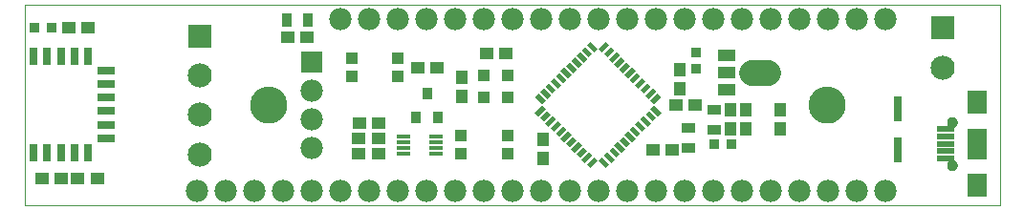
<source format=gts>
G75*
%MOIN*%
%OFA0B0*%
%FSLAX25Y25*%
%IPPOS*%
%LPD*%
%AMOC8*
5,1,8,0,0,1.08239X$1,22.5*
%
%ADD10C,0.00000*%
%ADD11C,0.12900*%
%ADD12R,0.04731X0.04337*%
%ADD13R,0.04337X0.04731*%
%ADD14R,0.03550X0.03550*%
%ADD15R,0.05124X0.03550*%
%ADD16C,0.07800*%
%ADD17C,0.09061*%
%ADD18R,0.06201X0.04134*%
%ADD19R,0.03550X0.01778*%
%ADD20R,0.08400X0.08400*%
%ADD21C,0.08400*%
%ADD22R,0.04600X0.01400*%
%ADD23R,0.07800X0.07800*%
%ADD24R,0.02959X0.09061*%
%ADD25R,0.03156X0.06306*%
%ADD26R,0.06306X0.03156*%
%ADD27R,0.06109X0.01975*%
%ADD28C,0.03746*%
%ADD29R,0.06693X0.07874*%
%ADD30R,0.06693X0.10630*%
%ADD31R,0.03550X0.03943*%
%ADD32R,0.03550X0.05124*%
%ADD33R,0.03943X0.04337*%
D10*
X0016926Y0012600D02*
X0016926Y0082600D01*
X0356926Y0082600D01*
X0356926Y0012600D01*
X0016926Y0012600D01*
X0095676Y0047600D02*
X0095678Y0047758D01*
X0095684Y0047915D01*
X0095694Y0048073D01*
X0095708Y0048230D01*
X0095726Y0048386D01*
X0095747Y0048543D01*
X0095773Y0048698D01*
X0095803Y0048853D01*
X0095836Y0049007D01*
X0095874Y0049160D01*
X0095915Y0049313D01*
X0095960Y0049464D01*
X0096009Y0049614D01*
X0096062Y0049762D01*
X0096118Y0049910D01*
X0096179Y0050055D01*
X0096242Y0050200D01*
X0096310Y0050342D01*
X0096381Y0050483D01*
X0096455Y0050622D01*
X0096533Y0050759D01*
X0096615Y0050894D01*
X0096699Y0051027D01*
X0096788Y0051158D01*
X0096879Y0051286D01*
X0096974Y0051413D01*
X0097071Y0051536D01*
X0097172Y0051658D01*
X0097276Y0051776D01*
X0097383Y0051892D01*
X0097493Y0052005D01*
X0097605Y0052116D01*
X0097721Y0052223D01*
X0097839Y0052328D01*
X0097959Y0052430D01*
X0098082Y0052528D01*
X0098208Y0052624D01*
X0098336Y0052716D01*
X0098466Y0052805D01*
X0098598Y0052891D01*
X0098733Y0052973D01*
X0098870Y0053052D01*
X0099008Y0053127D01*
X0099148Y0053199D01*
X0099291Y0053267D01*
X0099434Y0053332D01*
X0099580Y0053393D01*
X0099727Y0053450D01*
X0099875Y0053504D01*
X0100025Y0053554D01*
X0100175Y0053600D01*
X0100327Y0053642D01*
X0100480Y0053681D01*
X0100634Y0053715D01*
X0100789Y0053746D01*
X0100944Y0053772D01*
X0101100Y0053795D01*
X0101257Y0053814D01*
X0101414Y0053829D01*
X0101571Y0053840D01*
X0101729Y0053847D01*
X0101887Y0053850D01*
X0102044Y0053849D01*
X0102202Y0053844D01*
X0102359Y0053835D01*
X0102517Y0053822D01*
X0102673Y0053805D01*
X0102830Y0053784D01*
X0102985Y0053760D01*
X0103140Y0053731D01*
X0103295Y0053698D01*
X0103448Y0053662D01*
X0103601Y0053621D01*
X0103752Y0053577D01*
X0103902Y0053529D01*
X0104051Y0053478D01*
X0104199Y0053422D01*
X0104345Y0053363D01*
X0104490Y0053300D01*
X0104633Y0053233D01*
X0104774Y0053163D01*
X0104913Y0053090D01*
X0105051Y0053013D01*
X0105187Y0052932D01*
X0105320Y0052848D01*
X0105451Y0052761D01*
X0105580Y0052670D01*
X0105707Y0052576D01*
X0105832Y0052479D01*
X0105953Y0052379D01*
X0106073Y0052276D01*
X0106189Y0052170D01*
X0106303Y0052061D01*
X0106415Y0051949D01*
X0106523Y0051835D01*
X0106628Y0051717D01*
X0106731Y0051597D01*
X0106830Y0051475D01*
X0106926Y0051350D01*
X0107019Y0051222D01*
X0107109Y0051093D01*
X0107195Y0050961D01*
X0107279Y0050827D01*
X0107358Y0050691D01*
X0107435Y0050553D01*
X0107507Y0050413D01*
X0107576Y0050271D01*
X0107642Y0050128D01*
X0107704Y0049983D01*
X0107762Y0049836D01*
X0107817Y0049688D01*
X0107868Y0049539D01*
X0107915Y0049388D01*
X0107958Y0049237D01*
X0107997Y0049084D01*
X0108033Y0048930D01*
X0108064Y0048776D01*
X0108092Y0048621D01*
X0108116Y0048465D01*
X0108136Y0048308D01*
X0108152Y0048151D01*
X0108164Y0047994D01*
X0108172Y0047837D01*
X0108176Y0047679D01*
X0108176Y0047521D01*
X0108172Y0047363D01*
X0108164Y0047206D01*
X0108152Y0047049D01*
X0108136Y0046892D01*
X0108116Y0046735D01*
X0108092Y0046579D01*
X0108064Y0046424D01*
X0108033Y0046270D01*
X0107997Y0046116D01*
X0107958Y0045963D01*
X0107915Y0045812D01*
X0107868Y0045661D01*
X0107817Y0045512D01*
X0107762Y0045364D01*
X0107704Y0045217D01*
X0107642Y0045072D01*
X0107576Y0044929D01*
X0107507Y0044787D01*
X0107435Y0044647D01*
X0107358Y0044509D01*
X0107279Y0044373D01*
X0107195Y0044239D01*
X0107109Y0044107D01*
X0107019Y0043978D01*
X0106926Y0043850D01*
X0106830Y0043725D01*
X0106731Y0043603D01*
X0106628Y0043483D01*
X0106523Y0043365D01*
X0106415Y0043251D01*
X0106303Y0043139D01*
X0106189Y0043030D01*
X0106073Y0042924D01*
X0105953Y0042821D01*
X0105832Y0042721D01*
X0105707Y0042624D01*
X0105580Y0042530D01*
X0105451Y0042439D01*
X0105320Y0042352D01*
X0105187Y0042268D01*
X0105051Y0042187D01*
X0104913Y0042110D01*
X0104774Y0042037D01*
X0104633Y0041967D01*
X0104490Y0041900D01*
X0104345Y0041837D01*
X0104199Y0041778D01*
X0104051Y0041722D01*
X0103902Y0041671D01*
X0103752Y0041623D01*
X0103601Y0041579D01*
X0103448Y0041538D01*
X0103295Y0041502D01*
X0103140Y0041469D01*
X0102985Y0041440D01*
X0102830Y0041416D01*
X0102673Y0041395D01*
X0102517Y0041378D01*
X0102359Y0041365D01*
X0102202Y0041356D01*
X0102044Y0041351D01*
X0101887Y0041350D01*
X0101729Y0041353D01*
X0101571Y0041360D01*
X0101414Y0041371D01*
X0101257Y0041386D01*
X0101100Y0041405D01*
X0100944Y0041428D01*
X0100789Y0041454D01*
X0100634Y0041485D01*
X0100480Y0041519D01*
X0100327Y0041558D01*
X0100175Y0041600D01*
X0100025Y0041646D01*
X0099875Y0041696D01*
X0099727Y0041750D01*
X0099580Y0041807D01*
X0099434Y0041868D01*
X0099291Y0041933D01*
X0099148Y0042001D01*
X0099008Y0042073D01*
X0098870Y0042148D01*
X0098733Y0042227D01*
X0098598Y0042309D01*
X0098466Y0042395D01*
X0098336Y0042484D01*
X0098208Y0042576D01*
X0098082Y0042672D01*
X0097959Y0042770D01*
X0097839Y0042872D01*
X0097721Y0042977D01*
X0097605Y0043084D01*
X0097493Y0043195D01*
X0097383Y0043308D01*
X0097276Y0043424D01*
X0097172Y0043542D01*
X0097071Y0043664D01*
X0096974Y0043787D01*
X0096879Y0043914D01*
X0096788Y0044042D01*
X0096699Y0044173D01*
X0096615Y0044306D01*
X0096533Y0044441D01*
X0096455Y0044578D01*
X0096381Y0044717D01*
X0096310Y0044858D01*
X0096242Y0045000D01*
X0096179Y0045145D01*
X0096118Y0045290D01*
X0096062Y0045438D01*
X0096009Y0045586D01*
X0095960Y0045736D01*
X0095915Y0045887D01*
X0095874Y0046040D01*
X0095836Y0046193D01*
X0095803Y0046347D01*
X0095773Y0046502D01*
X0095747Y0046657D01*
X0095726Y0046814D01*
X0095708Y0046970D01*
X0095694Y0047127D01*
X0095684Y0047285D01*
X0095678Y0047442D01*
X0095676Y0047600D01*
X0290376Y0047600D02*
X0290378Y0047758D01*
X0290384Y0047915D01*
X0290394Y0048073D01*
X0290408Y0048230D01*
X0290426Y0048386D01*
X0290447Y0048543D01*
X0290473Y0048698D01*
X0290503Y0048853D01*
X0290536Y0049007D01*
X0290574Y0049160D01*
X0290615Y0049313D01*
X0290660Y0049464D01*
X0290709Y0049614D01*
X0290762Y0049762D01*
X0290818Y0049910D01*
X0290879Y0050055D01*
X0290942Y0050200D01*
X0291010Y0050342D01*
X0291081Y0050483D01*
X0291155Y0050622D01*
X0291233Y0050759D01*
X0291315Y0050894D01*
X0291399Y0051027D01*
X0291488Y0051158D01*
X0291579Y0051286D01*
X0291674Y0051413D01*
X0291771Y0051536D01*
X0291872Y0051658D01*
X0291976Y0051776D01*
X0292083Y0051892D01*
X0292193Y0052005D01*
X0292305Y0052116D01*
X0292421Y0052223D01*
X0292539Y0052328D01*
X0292659Y0052430D01*
X0292782Y0052528D01*
X0292908Y0052624D01*
X0293036Y0052716D01*
X0293166Y0052805D01*
X0293298Y0052891D01*
X0293433Y0052973D01*
X0293570Y0053052D01*
X0293708Y0053127D01*
X0293848Y0053199D01*
X0293991Y0053267D01*
X0294134Y0053332D01*
X0294280Y0053393D01*
X0294427Y0053450D01*
X0294575Y0053504D01*
X0294725Y0053554D01*
X0294875Y0053600D01*
X0295027Y0053642D01*
X0295180Y0053681D01*
X0295334Y0053715D01*
X0295489Y0053746D01*
X0295644Y0053772D01*
X0295800Y0053795D01*
X0295957Y0053814D01*
X0296114Y0053829D01*
X0296271Y0053840D01*
X0296429Y0053847D01*
X0296587Y0053850D01*
X0296744Y0053849D01*
X0296902Y0053844D01*
X0297059Y0053835D01*
X0297217Y0053822D01*
X0297373Y0053805D01*
X0297530Y0053784D01*
X0297685Y0053760D01*
X0297840Y0053731D01*
X0297995Y0053698D01*
X0298148Y0053662D01*
X0298301Y0053621D01*
X0298452Y0053577D01*
X0298602Y0053529D01*
X0298751Y0053478D01*
X0298899Y0053422D01*
X0299045Y0053363D01*
X0299190Y0053300D01*
X0299333Y0053233D01*
X0299474Y0053163D01*
X0299613Y0053090D01*
X0299751Y0053013D01*
X0299887Y0052932D01*
X0300020Y0052848D01*
X0300151Y0052761D01*
X0300280Y0052670D01*
X0300407Y0052576D01*
X0300532Y0052479D01*
X0300653Y0052379D01*
X0300773Y0052276D01*
X0300889Y0052170D01*
X0301003Y0052061D01*
X0301115Y0051949D01*
X0301223Y0051835D01*
X0301328Y0051717D01*
X0301431Y0051597D01*
X0301530Y0051475D01*
X0301626Y0051350D01*
X0301719Y0051222D01*
X0301809Y0051093D01*
X0301895Y0050961D01*
X0301979Y0050827D01*
X0302058Y0050691D01*
X0302135Y0050553D01*
X0302207Y0050413D01*
X0302276Y0050271D01*
X0302342Y0050128D01*
X0302404Y0049983D01*
X0302462Y0049836D01*
X0302517Y0049688D01*
X0302568Y0049539D01*
X0302615Y0049388D01*
X0302658Y0049237D01*
X0302697Y0049084D01*
X0302733Y0048930D01*
X0302764Y0048776D01*
X0302792Y0048621D01*
X0302816Y0048465D01*
X0302836Y0048308D01*
X0302852Y0048151D01*
X0302864Y0047994D01*
X0302872Y0047837D01*
X0302876Y0047679D01*
X0302876Y0047521D01*
X0302872Y0047363D01*
X0302864Y0047206D01*
X0302852Y0047049D01*
X0302836Y0046892D01*
X0302816Y0046735D01*
X0302792Y0046579D01*
X0302764Y0046424D01*
X0302733Y0046270D01*
X0302697Y0046116D01*
X0302658Y0045963D01*
X0302615Y0045812D01*
X0302568Y0045661D01*
X0302517Y0045512D01*
X0302462Y0045364D01*
X0302404Y0045217D01*
X0302342Y0045072D01*
X0302276Y0044929D01*
X0302207Y0044787D01*
X0302135Y0044647D01*
X0302058Y0044509D01*
X0301979Y0044373D01*
X0301895Y0044239D01*
X0301809Y0044107D01*
X0301719Y0043978D01*
X0301626Y0043850D01*
X0301530Y0043725D01*
X0301431Y0043603D01*
X0301328Y0043483D01*
X0301223Y0043365D01*
X0301115Y0043251D01*
X0301003Y0043139D01*
X0300889Y0043030D01*
X0300773Y0042924D01*
X0300653Y0042821D01*
X0300532Y0042721D01*
X0300407Y0042624D01*
X0300280Y0042530D01*
X0300151Y0042439D01*
X0300020Y0042352D01*
X0299887Y0042268D01*
X0299751Y0042187D01*
X0299613Y0042110D01*
X0299474Y0042037D01*
X0299333Y0041967D01*
X0299190Y0041900D01*
X0299045Y0041837D01*
X0298899Y0041778D01*
X0298751Y0041722D01*
X0298602Y0041671D01*
X0298452Y0041623D01*
X0298301Y0041579D01*
X0298148Y0041538D01*
X0297995Y0041502D01*
X0297840Y0041469D01*
X0297685Y0041440D01*
X0297530Y0041416D01*
X0297373Y0041395D01*
X0297217Y0041378D01*
X0297059Y0041365D01*
X0296902Y0041356D01*
X0296744Y0041351D01*
X0296587Y0041350D01*
X0296429Y0041353D01*
X0296271Y0041360D01*
X0296114Y0041371D01*
X0295957Y0041386D01*
X0295800Y0041405D01*
X0295644Y0041428D01*
X0295489Y0041454D01*
X0295334Y0041485D01*
X0295180Y0041519D01*
X0295027Y0041558D01*
X0294875Y0041600D01*
X0294725Y0041646D01*
X0294575Y0041696D01*
X0294427Y0041750D01*
X0294280Y0041807D01*
X0294134Y0041868D01*
X0293991Y0041933D01*
X0293848Y0042001D01*
X0293708Y0042073D01*
X0293570Y0042148D01*
X0293433Y0042227D01*
X0293298Y0042309D01*
X0293166Y0042395D01*
X0293036Y0042484D01*
X0292908Y0042576D01*
X0292782Y0042672D01*
X0292659Y0042770D01*
X0292539Y0042872D01*
X0292421Y0042977D01*
X0292305Y0043084D01*
X0292193Y0043195D01*
X0292083Y0043308D01*
X0291976Y0043424D01*
X0291872Y0043542D01*
X0291771Y0043664D01*
X0291674Y0043787D01*
X0291579Y0043914D01*
X0291488Y0044042D01*
X0291399Y0044173D01*
X0291315Y0044306D01*
X0291233Y0044441D01*
X0291155Y0044578D01*
X0291081Y0044717D01*
X0291010Y0044858D01*
X0290942Y0045000D01*
X0290879Y0045145D01*
X0290818Y0045290D01*
X0290762Y0045438D01*
X0290709Y0045586D01*
X0290660Y0045736D01*
X0290615Y0045887D01*
X0290574Y0046040D01*
X0290536Y0046193D01*
X0290503Y0046347D01*
X0290473Y0046502D01*
X0290447Y0046657D01*
X0290426Y0046814D01*
X0290408Y0046970D01*
X0290394Y0047127D01*
X0290384Y0047285D01*
X0290378Y0047442D01*
X0290376Y0047600D01*
X0338591Y0041480D02*
X0338593Y0041561D01*
X0338599Y0041643D01*
X0338609Y0041724D01*
X0338623Y0041804D01*
X0338640Y0041883D01*
X0338662Y0041962D01*
X0338687Y0042039D01*
X0338716Y0042116D01*
X0338749Y0042190D01*
X0338786Y0042263D01*
X0338825Y0042334D01*
X0338869Y0042403D01*
X0338915Y0042470D01*
X0338965Y0042534D01*
X0339018Y0042596D01*
X0339074Y0042656D01*
X0339132Y0042712D01*
X0339194Y0042766D01*
X0339258Y0042817D01*
X0339324Y0042864D01*
X0339392Y0042908D01*
X0339463Y0042949D01*
X0339535Y0042986D01*
X0339610Y0043020D01*
X0339685Y0043050D01*
X0339763Y0043076D01*
X0339841Y0043099D01*
X0339920Y0043117D01*
X0340000Y0043132D01*
X0340081Y0043143D01*
X0340162Y0043150D01*
X0340244Y0043153D01*
X0340325Y0043152D01*
X0340406Y0043147D01*
X0340487Y0043138D01*
X0340568Y0043125D01*
X0340648Y0043108D01*
X0340726Y0043088D01*
X0340804Y0043063D01*
X0340881Y0043035D01*
X0340956Y0043003D01*
X0341029Y0042968D01*
X0341100Y0042929D01*
X0341170Y0042886D01*
X0341237Y0042841D01*
X0341303Y0042792D01*
X0341365Y0042740D01*
X0341425Y0042684D01*
X0341482Y0042626D01*
X0341537Y0042566D01*
X0341588Y0042502D01*
X0341636Y0042437D01*
X0341681Y0042369D01*
X0341723Y0042299D01*
X0341761Y0042227D01*
X0341796Y0042153D01*
X0341827Y0042078D01*
X0341854Y0042001D01*
X0341877Y0041923D01*
X0341897Y0041844D01*
X0341913Y0041764D01*
X0341925Y0041683D01*
X0341933Y0041602D01*
X0341937Y0041521D01*
X0341937Y0041439D01*
X0341933Y0041358D01*
X0341925Y0041277D01*
X0341913Y0041196D01*
X0341897Y0041116D01*
X0341877Y0041037D01*
X0341854Y0040959D01*
X0341827Y0040882D01*
X0341796Y0040807D01*
X0341761Y0040733D01*
X0341723Y0040661D01*
X0341681Y0040591D01*
X0341636Y0040523D01*
X0341588Y0040458D01*
X0341537Y0040394D01*
X0341482Y0040334D01*
X0341425Y0040276D01*
X0341365Y0040220D01*
X0341303Y0040168D01*
X0341237Y0040119D01*
X0341170Y0040074D01*
X0341101Y0040031D01*
X0341029Y0039992D01*
X0340956Y0039957D01*
X0340881Y0039925D01*
X0340804Y0039897D01*
X0340726Y0039872D01*
X0340648Y0039852D01*
X0340568Y0039835D01*
X0340487Y0039822D01*
X0340406Y0039813D01*
X0340325Y0039808D01*
X0340244Y0039807D01*
X0340162Y0039810D01*
X0340081Y0039817D01*
X0340000Y0039828D01*
X0339920Y0039843D01*
X0339841Y0039861D01*
X0339763Y0039884D01*
X0339685Y0039910D01*
X0339610Y0039940D01*
X0339535Y0039974D01*
X0339463Y0040011D01*
X0339392Y0040052D01*
X0339324Y0040096D01*
X0339258Y0040143D01*
X0339194Y0040194D01*
X0339132Y0040248D01*
X0339074Y0040304D01*
X0339018Y0040364D01*
X0338965Y0040426D01*
X0338915Y0040490D01*
X0338869Y0040557D01*
X0338825Y0040626D01*
X0338786Y0040697D01*
X0338749Y0040770D01*
X0338716Y0040844D01*
X0338687Y0040921D01*
X0338662Y0040998D01*
X0338640Y0041077D01*
X0338623Y0041156D01*
X0338609Y0041236D01*
X0338599Y0041317D01*
X0338593Y0041399D01*
X0338591Y0041480D01*
X0338591Y0026520D02*
X0338593Y0026601D01*
X0338599Y0026683D01*
X0338609Y0026764D01*
X0338623Y0026844D01*
X0338640Y0026923D01*
X0338662Y0027002D01*
X0338687Y0027079D01*
X0338716Y0027156D01*
X0338749Y0027230D01*
X0338786Y0027303D01*
X0338825Y0027374D01*
X0338869Y0027443D01*
X0338915Y0027510D01*
X0338965Y0027574D01*
X0339018Y0027636D01*
X0339074Y0027696D01*
X0339132Y0027752D01*
X0339194Y0027806D01*
X0339258Y0027857D01*
X0339324Y0027904D01*
X0339392Y0027948D01*
X0339463Y0027989D01*
X0339535Y0028026D01*
X0339610Y0028060D01*
X0339685Y0028090D01*
X0339763Y0028116D01*
X0339841Y0028139D01*
X0339920Y0028157D01*
X0340000Y0028172D01*
X0340081Y0028183D01*
X0340162Y0028190D01*
X0340244Y0028193D01*
X0340325Y0028192D01*
X0340406Y0028187D01*
X0340487Y0028178D01*
X0340568Y0028165D01*
X0340648Y0028148D01*
X0340726Y0028128D01*
X0340804Y0028103D01*
X0340881Y0028075D01*
X0340956Y0028043D01*
X0341029Y0028008D01*
X0341100Y0027969D01*
X0341170Y0027926D01*
X0341237Y0027881D01*
X0341303Y0027832D01*
X0341365Y0027780D01*
X0341425Y0027724D01*
X0341482Y0027666D01*
X0341537Y0027606D01*
X0341588Y0027542D01*
X0341636Y0027477D01*
X0341681Y0027409D01*
X0341723Y0027339D01*
X0341761Y0027267D01*
X0341796Y0027193D01*
X0341827Y0027118D01*
X0341854Y0027041D01*
X0341877Y0026963D01*
X0341897Y0026884D01*
X0341913Y0026804D01*
X0341925Y0026723D01*
X0341933Y0026642D01*
X0341937Y0026561D01*
X0341937Y0026479D01*
X0341933Y0026398D01*
X0341925Y0026317D01*
X0341913Y0026236D01*
X0341897Y0026156D01*
X0341877Y0026077D01*
X0341854Y0025999D01*
X0341827Y0025922D01*
X0341796Y0025847D01*
X0341761Y0025773D01*
X0341723Y0025701D01*
X0341681Y0025631D01*
X0341636Y0025563D01*
X0341588Y0025498D01*
X0341537Y0025434D01*
X0341482Y0025374D01*
X0341425Y0025316D01*
X0341365Y0025260D01*
X0341303Y0025208D01*
X0341237Y0025159D01*
X0341170Y0025114D01*
X0341101Y0025071D01*
X0341029Y0025032D01*
X0340956Y0024997D01*
X0340881Y0024965D01*
X0340804Y0024937D01*
X0340726Y0024912D01*
X0340648Y0024892D01*
X0340568Y0024875D01*
X0340487Y0024862D01*
X0340406Y0024853D01*
X0340325Y0024848D01*
X0340244Y0024847D01*
X0340162Y0024850D01*
X0340081Y0024857D01*
X0340000Y0024868D01*
X0339920Y0024883D01*
X0339841Y0024901D01*
X0339763Y0024924D01*
X0339685Y0024950D01*
X0339610Y0024980D01*
X0339535Y0025014D01*
X0339463Y0025051D01*
X0339392Y0025092D01*
X0339324Y0025136D01*
X0339258Y0025183D01*
X0339194Y0025234D01*
X0339132Y0025288D01*
X0339074Y0025344D01*
X0339018Y0025404D01*
X0338965Y0025466D01*
X0338915Y0025530D01*
X0338869Y0025597D01*
X0338825Y0025666D01*
X0338786Y0025737D01*
X0338749Y0025810D01*
X0338716Y0025884D01*
X0338687Y0025961D01*
X0338662Y0026038D01*
X0338640Y0026117D01*
X0338623Y0026196D01*
X0338609Y0026276D01*
X0338599Y0026357D01*
X0338593Y0026439D01*
X0338591Y0026520D01*
D11*
X0296626Y0047600D03*
X0101926Y0047600D03*
D12*
X0133779Y0041200D03*
X0140472Y0041200D03*
X0140272Y0036000D03*
X0133579Y0036000D03*
X0133579Y0030600D03*
X0140272Y0030600D03*
X0153979Y0060400D03*
X0160672Y0060400D03*
X0177979Y0065600D03*
X0184672Y0065600D03*
X0243979Y0047400D03*
X0250672Y0047400D03*
X0242872Y0031800D03*
X0236179Y0031800D03*
X0115472Y0071200D03*
X0108779Y0071200D03*
X0039072Y0074600D03*
X0032379Y0074600D03*
X0029672Y0022000D03*
X0035579Y0022000D03*
X0042272Y0022000D03*
X0022979Y0022000D03*
D13*
X0169526Y0050454D03*
X0169526Y0057146D03*
X0197891Y0035630D03*
X0197891Y0028937D03*
X0263126Y0039254D03*
X0268526Y0039254D03*
X0280326Y0039254D03*
X0280326Y0045946D03*
X0268526Y0045946D03*
X0263126Y0045946D03*
X0245526Y0053054D03*
X0245526Y0059746D03*
D14*
X0250926Y0060047D03*
X0250926Y0065953D03*
X0257373Y0034000D03*
X0263278Y0034000D03*
X0026278Y0074600D03*
X0020373Y0074600D03*
D15*
X0248326Y0039543D03*
X0257326Y0038857D03*
X0248326Y0032457D03*
X0257326Y0045943D03*
D16*
X0256926Y0017600D03*
X0266926Y0017600D03*
X0276926Y0017600D03*
X0286926Y0017600D03*
X0296926Y0017600D03*
X0306926Y0017600D03*
X0316926Y0017600D03*
X0246926Y0017600D03*
X0236926Y0017600D03*
X0226926Y0017600D03*
X0216926Y0017600D03*
X0206926Y0017600D03*
X0196926Y0017600D03*
X0186926Y0017600D03*
X0176926Y0017600D03*
X0166926Y0017600D03*
X0156926Y0017600D03*
X0146926Y0017600D03*
X0136926Y0017600D03*
X0126926Y0017600D03*
X0116926Y0017600D03*
X0106926Y0017600D03*
X0096926Y0017600D03*
X0086926Y0017600D03*
X0076926Y0017600D03*
X0116926Y0032600D03*
X0116926Y0042600D03*
X0116926Y0052600D03*
X0126926Y0077600D03*
X0136926Y0077600D03*
X0146926Y0077600D03*
X0156926Y0077600D03*
X0166926Y0077600D03*
X0176926Y0077600D03*
X0186926Y0077600D03*
X0196926Y0077600D03*
X0206926Y0077600D03*
X0216926Y0077600D03*
X0226926Y0077600D03*
X0236926Y0077600D03*
X0246926Y0077600D03*
X0256926Y0077600D03*
X0266926Y0077600D03*
X0276926Y0077600D03*
X0286926Y0077600D03*
X0296926Y0077600D03*
X0306926Y0077600D03*
X0316926Y0077600D03*
D17*
X0270273Y0058800D02*
X0270273Y0058800D01*
X0276179Y0058800D01*
X0276179Y0058800D01*
X0270273Y0058800D01*
D18*
X0261701Y0058800D03*
X0261701Y0052894D03*
X0261701Y0064706D03*
D19*
G36*
X0233563Y0055742D02*
X0231054Y0053233D01*
X0229797Y0054490D01*
X0232306Y0056999D01*
X0233563Y0055742D01*
G37*
G36*
X0231754Y0057552D02*
X0229245Y0055043D01*
X0227988Y0056300D01*
X0230497Y0058809D01*
X0231754Y0057552D01*
G37*
G36*
X0229944Y0059362D02*
X0227435Y0056853D01*
X0226178Y0058110D01*
X0228687Y0060619D01*
X0229944Y0059362D01*
G37*
G36*
X0224369Y0059919D02*
X0226878Y0062428D01*
X0228135Y0061171D01*
X0225626Y0058662D01*
X0224369Y0059919D01*
G37*
G36*
X0222559Y0061729D02*
X0225068Y0064238D01*
X0226325Y0062981D01*
X0223816Y0060472D01*
X0222559Y0061729D01*
G37*
G36*
X0220750Y0063538D02*
X0223259Y0066047D01*
X0224516Y0064790D01*
X0222007Y0062281D01*
X0220750Y0063538D01*
G37*
G36*
X0218940Y0065348D02*
X0221449Y0067857D01*
X0222706Y0066600D01*
X0220197Y0064091D01*
X0218940Y0065348D01*
G37*
G36*
X0212402Y0067857D02*
X0214911Y0065348D01*
X0213654Y0064091D01*
X0211145Y0066600D01*
X0212402Y0067857D01*
G37*
G36*
X0214212Y0069666D02*
X0216721Y0067157D01*
X0215464Y0065900D01*
X0212955Y0068409D01*
X0214212Y0069666D01*
G37*
G36*
X0217130Y0067157D02*
X0219639Y0069666D01*
X0220896Y0068409D01*
X0218387Y0065900D01*
X0217130Y0067157D01*
G37*
G36*
X0210593Y0066047D02*
X0213102Y0063538D01*
X0211845Y0062281D01*
X0209336Y0064790D01*
X0210593Y0066047D01*
G37*
G36*
X0208783Y0064238D02*
X0211292Y0061729D01*
X0210035Y0060472D01*
X0207526Y0062981D01*
X0208783Y0064238D01*
G37*
G36*
X0206974Y0062428D02*
X0209483Y0059919D01*
X0208226Y0058662D01*
X0205717Y0061171D01*
X0206974Y0062428D01*
G37*
G36*
X0205164Y0060619D02*
X0207673Y0058110D01*
X0206416Y0056853D01*
X0203907Y0059362D01*
X0205164Y0060619D01*
G37*
G36*
X0204607Y0055043D02*
X0202098Y0057552D01*
X0203355Y0058809D01*
X0205864Y0056300D01*
X0204607Y0055043D01*
G37*
G36*
X0202797Y0053233D02*
X0200288Y0055742D01*
X0201545Y0056999D01*
X0204054Y0054490D01*
X0202797Y0053233D01*
G37*
G36*
X0200987Y0051424D02*
X0198478Y0053933D01*
X0199735Y0055190D01*
X0202244Y0052681D01*
X0200987Y0051424D01*
G37*
G36*
X0199178Y0049614D02*
X0196669Y0052123D01*
X0197926Y0053380D01*
X0200435Y0050871D01*
X0199178Y0049614D01*
G37*
G36*
X0197368Y0047805D02*
X0194859Y0050314D01*
X0196116Y0051571D01*
X0198625Y0049062D01*
X0197368Y0047805D01*
G37*
G36*
X0194859Y0044886D02*
X0197368Y0047395D01*
X0198625Y0046138D01*
X0196116Y0043629D01*
X0194859Y0044886D01*
G37*
G36*
X0196669Y0043077D02*
X0199178Y0045586D01*
X0200435Y0044329D01*
X0197926Y0041820D01*
X0196669Y0043077D01*
G37*
G36*
X0198478Y0041267D02*
X0200987Y0043776D01*
X0202244Y0042519D01*
X0199735Y0040010D01*
X0198478Y0041267D01*
G37*
G36*
X0200288Y0039458D02*
X0202797Y0041967D01*
X0204054Y0040710D01*
X0201545Y0038201D01*
X0200288Y0039458D01*
G37*
G36*
X0202098Y0037648D02*
X0204607Y0040157D01*
X0205864Y0038900D01*
X0203355Y0036391D01*
X0202098Y0037648D01*
G37*
G36*
X0203907Y0035838D02*
X0206416Y0038347D01*
X0207673Y0037090D01*
X0205164Y0034581D01*
X0203907Y0035838D01*
G37*
G36*
X0209483Y0035281D02*
X0206974Y0032772D01*
X0205717Y0034029D01*
X0208226Y0036538D01*
X0209483Y0035281D01*
G37*
G36*
X0211292Y0033471D02*
X0208783Y0030962D01*
X0207526Y0032219D01*
X0210035Y0034728D01*
X0211292Y0033471D01*
G37*
G36*
X0213102Y0031662D02*
X0210593Y0029153D01*
X0209336Y0030410D01*
X0211845Y0032919D01*
X0213102Y0031662D01*
G37*
G36*
X0214911Y0029852D02*
X0212402Y0027343D01*
X0211145Y0028600D01*
X0213654Y0031109D01*
X0214911Y0029852D01*
G37*
G36*
X0221449Y0027343D02*
X0218940Y0029852D01*
X0220197Y0031109D01*
X0222706Y0028600D01*
X0221449Y0027343D01*
G37*
G36*
X0219639Y0025534D02*
X0217130Y0028043D01*
X0218387Y0029300D01*
X0220896Y0026791D01*
X0219639Y0025534D01*
G37*
G36*
X0216721Y0028043D02*
X0214212Y0025534D01*
X0212955Y0026791D01*
X0215464Y0029300D01*
X0216721Y0028043D01*
G37*
G36*
X0223259Y0029153D02*
X0220750Y0031662D01*
X0222007Y0032919D01*
X0224516Y0030410D01*
X0223259Y0029153D01*
G37*
G36*
X0225068Y0030962D02*
X0222559Y0033471D01*
X0223816Y0034728D01*
X0226325Y0032219D01*
X0225068Y0030962D01*
G37*
G36*
X0226878Y0032772D02*
X0224369Y0035281D01*
X0225626Y0036538D01*
X0228135Y0034029D01*
X0226878Y0032772D01*
G37*
G36*
X0228687Y0034581D02*
X0226178Y0037090D01*
X0227435Y0038347D01*
X0229944Y0035838D01*
X0228687Y0034581D01*
G37*
G36*
X0229245Y0040157D02*
X0231754Y0037648D01*
X0230497Y0036391D01*
X0227988Y0038900D01*
X0229245Y0040157D01*
G37*
G36*
X0231054Y0041967D02*
X0233563Y0039458D01*
X0232306Y0038201D01*
X0229797Y0040710D01*
X0231054Y0041967D01*
G37*
G36*
X0232864Y0043776D02*
X0235373Y0041267D01*
X0234116Y0040010D01*
X0231607Y0042519D01*
X0232864Y0043776D01*
G37*
G36*
X0234673Y0045586D02*
X0237182Y0043077D01*
X0235925Y0041820D01*
X0233416Y0044329D01*
X0234673Y0045586D01*
G37*
G36*
X0236483Y0047395D02*
X0238992Y0044886D01*
X0237735Y0043629D01*
X0235226Y0046138D01*
X0236483Y0047395D01*
G37*
G36*
X0238992Y0050314D02*
X0236483Y0047805D01*
X0235226Y0049062D01*
X0237735Y0051571D01*
X0238992Y0050314D01*
G37*
G36*
X0237182Y0052123D02*
X0234673Y0049614D01*
X0233416Y0050871D01*
X0235925Y0053380D01*
X0237182Y0052123D01*
G37*
G36*
X0235373Y0053933D02*
X0232864Y0051424D01*
X0231607Y0052681D01*
X0234116Y0055190D01*
X0235373Y0053933D01*
G37*
D20*
X0337126Y0074400D03*
X0077926Y0071600D03*
D21*
X0077926Y0057820D03*
X0077926Y0044041D03*
X0077926Y0030261D03*
X0337126Y0060620D03*
D22*
X0160326Y0036400D03*
X0160326Y0034400D03*
X0160326Y0032400D03*
X0160326Y0030400D03*
X0149126Y0030400D03*
X0149126Y0032400D03*
X0149126Y0034400D03*
X0149126Y0036400D03*
D23*
X0116926Y0062600D03*
D24*
X0321313Y0046280D03*
X0321313Y0031713D03*
D25*
X0039045Y0030984D03*
X0034321Y0030984D03*
X0029596Y0030984D03*
X0024872Y0030984D03*
X0020148Y0030984D03*
X0020148Y0064449D03*
X0024872Y0064449D03*
X0029596Y0064449D03*
X0034321Y0064449D03*
X0039045Y0064449D03*
D26*
X0045541Y0059528D03*
X0045541Y0054803D03*
X0045541Y0050079D03*
X0045541Y0045354D03*
X0045541Y0040630D03*
X0045541Y0035906D03*
D27*
X0338197Y0036559D03*
X0338197Y0034000D03*
X0338197Y0031441D03*
X0338197Y0028882D03*
X0338197Y0039118D03*
D28*
X0340264Y0041480D03*
X0340264Y0026520D03*
D29*
X0348926Y0019496D03*
X0348926Y0048504D03*
D30*
X0348926Y0034000D03*
D31*
X0161066Y0043263D03*
X0153585Y0043263D03*
X0157326Y0051531D03*
D32*
X0115669Y0077200D03*
X0108582Y0077200D03*
D33*
X0131055Y0063950D03*
X0147196Y0063950D03*
X0147196Y0057650D03*
X0131055Y0057650D03*
X0176992Y0057740D03*
X0185259Y0057740D03*
X0185259Y0050260D03*
X0176992Y0050260D03*
X0169255Y0036750D03*
X0169255Y0030450D03*
X0185396Y0030450D03*
X0185396Y0036750D03*
M02*

</source>
